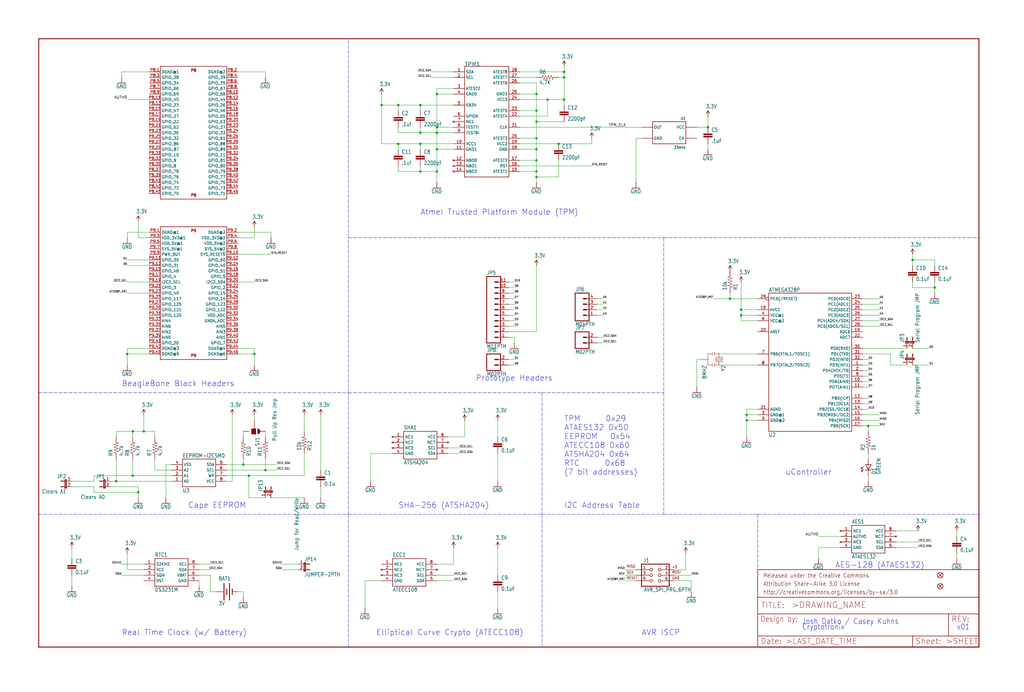
<source format=kicad_sch>
(kicad_sch (version 20211123) (generator eeschema)
  (paper "User" 470.306 317.906)
  (junction (at 193.04 66.04))
  (junction (at 63.5 226.06))
  (junction (at 200.66 58.42))
  (junction (at 246.38 55.88))
  (junction (at 116.84 162.56))
  (junction (at 182.88 48.26))
  (junction (at 259.08 35.56))
  (junction (at 246.38 73.66))
  (junction (at 193.04 60.96))
  (junction (at 256.54 66.04))
  (junction (at 60.96 218.44))
  (junction (at 398.78 195.58))
  (junction (at 335.28 137.16))
  (junction (at 246.38 50.8))
  (junction (at 66.04 198.12))
  (junction (at 114.3 218.44))
  (junction (at 325.12 58.42))
  (junction (at 340.36 142.24))
  (junction (at 259.08 33.02))
  (junction (at 200.66 43.18))
  (junction (at 246.38 63.5))
  (junction (at 246.38 43.18))
  (junction (at 60.96 198.12))
  (junction (at 251.46 45.72))
  (junction (at 200.66 60.96))
  (junction (at 246.38 81.28))
  (junction (at 342.9 190.5))
  (junction (at 259.08 45.72))
  (junction (at 175.26 48.26))
  (junction (at 419.1 119.38))
  (junction (at 193.04 78.74))
  (junction (at 53.34 220.98))
  (junction (at 111.76 213.36))
  (junction (at 193.04 48.26))
  (junction (at 200.66 68.58))
  (junction (at 246.38 68.58))
  (junction (at 182.88 66.04))
  (junction (at 340.36 144.78))
  (junction (at 58.42 162.56))
  (junction (at 429.26 132.08))
  (junction (at 121.92 215.9))
  (junction (at 246.38 78.74))
  (junction (at 342.9 193.04))
  (junction (at 200.66 78.74))
  (wire (pts (xy 396.24 139.7) (xy 403.86 139.7)))
  (wire (pts (xy 104.14 213.36) (xy 111.76 213.36)))
  (wire (pts (xy 175.26 66.04) (xy 182.88 66.04)))
  (wire (pts (xy 419.1 119.38) (xy 419.1 116.84)))
  (wire (pts (xy 419.1 119.38) (xy 429.26 119.38)))
  (wire (pts (xy 200.66 259.08) (xy 208.28 259.08)))
  (wire (pts (xy 205.74 200.66) (xy 213.36 200.66)))
  (wire (pts (xy 327.66 137.16) (xy 335.28 137.16)))
  (wire (pts (xy 111.76 271.78) (xy 111.76 274.32)))
  (wire (pts (xy 340.36 144.78) (xy 347.98 144.78)))
  (wire (pts (xy 411.48 248.92) (xy 421.64 248.92)))
  (wire (pts (xy 208.28 251.46) (xy 208.28 259.08)))
  (wire (pts (xy 193.04 76.2) (xy 193.04 78.74)))
  (polyline (pts (xy 248.92 180.34) (xy 304.8 180.34)))
  (wire (pts (xy 411.48 251.46) (xy 421.64 251.46)))
  (wire (pts (xy 66.04 190.5) (xy 66.04 198.12)))
  (polyline (pts (xy 304.8 109.22) (xy 304.8 180.34)))
  (wire (pts (xy 205.74 205.74) (xy 210.82 205.74)))
  (wire (pts (xy 53.34 220.98) (xy 53.34 210.82)))
  (wire (pts (xy 121.92 215.9) (xy 121.92 210.82)))
  (wire (pts (xy 116.84 162.56) (xy 116.84 167.64)))
  (wire (pts (xy 246.38 50.8) (xy 246.38 55.88)))
  (wire (pts (xy 63.5 223.52) (xy 50.8 223.52)))
  (polyline (pts (xy 160.02 180.34) (xy 248.92 180.34)))
  (wire (pts (xy 137.16 261.62) (xy 129.54 261.62)))
  (wire (pts (xy 124.46 106.68) (xy 109.22 106.68)))
  (polyline (pts (xy 248.92 180.34) (xy 248.92 236.22)))
  (wire (pts (xy 238.76 76.2) (xy 271.78 76.2)))
  (wire (pts (xy 271.78 66.04) (xy 256.54 66.04)))
  (wire (pts (xy 124.46 109.22) (xy 124.46 106.68)))
  (wire (pts (xy 193.04 66.04) (xy 193.04 68.58)))
  (wire (pts (xy 238.76 43.18) (xy 246.38 43.18)))
  (wire (pts (xy 71.12 198.12) (xy 71.12 200.66)))
  (wire (pts (xy 182.88 60.96) (xy 193.04 60.96)))
  (wire (pts (xy 208.28 33.02) (xy 198.12 33.02)))
  (wire (pts (xy 109.22 109.22) (xy 116.84 109.22)))
  (wire (pts (xy 116.84 160.02) (xy 116.84 162.56)))
  (wire (pts (xy 228.6 271.78) (xy 228.6 279.4)))
  (wire (pts (xy 175.26 48.26) (xy 175.26 66.04)))
  (wire (pts (xy 147.32 228.6) (xy 147.32 223.52)))
  (wire (pts (xy 375.92 256.54) (xy 375.92 251.46)))
  (polyline (pts (xy 160.02 109.22) (xy 304.8 109.22)))
  (wire (pts (xy 256.54 81.28) (xy 246.38 81.28)))
  (wire (pts (xy 347.98 187.96) (xy 342.9 187.96)))
  (wire (pts (xy 429.26 132.08) (xy 429.26 134.62)))
  (wire (pts (xy 139.7 218.44) (xy 139.7 208.28)))
  (wire (pts (xy 109.22 162.56) (xy 116.84 162.56)))
  (wire (pts (xy 396.24 149.86) (xy 403.86 149.86)))
  (wire (pts (xy 396.24 187.96) (xy 398.78 187.96)))
  (wire (pts (xy 208.28 48.26) (xy 193.04 48.26)))
  (wire (pts (xy 347.98 193.04) (xy 342.9 193.04)))
  (wire (pts (xy 246.38 81.28) (xy 246.38 83.82)))
  (wire (pts (xy 238.76 45.72) (xy 251.46 45.72)))
  (wire (pts (xy 66.04 264.16) (xy 55.88 264.16)))
  (wire (pts (xy 309.88 266.7) (xy 317.5 266.7)))
  (wire (pts (xy 347.98 190.5) (xy 342.9 190.5)))
  (wire (pts (xy 375.92 251.46) (xy 386.08 251.46)))
  (wire (pts (xy 109.22 271.78) (xy 111.76 271.78)))
  (wire (pts (xy 335.28 137.16) (xy 347.98 137.16)))
  (wire (pts (xy 182.88 66.04) (xy 193.04 66.04)))
  (wire (pts (xy 238.76 68.58) (xy 246.38 68.58)))
  (wire (pts (xy 259.08 45.72) (xy 259.08 48.26)))
  (wire (pts (xy 238.76 53.34) (xy 251.46 53.34)))
  (polyline (pts (xy 304.8 236.22) (xy 347.98 236.22)))
  (wire (pts (xy 396.24 175.26) (xy 398.78 175.26)))
  (wire (pts (xy 182.88 58.42) (xy 182.88 60.96)))
  (wire (pts (xy 114.3 228.6) (xy 114.3 218.44)))
  (polyline (pts (xy 160.02 236.22) (xy 160.02 297.18)))
  (wire (pts (xy 167.64 266.7) (xy 167.64 279.4)))
  (wire (pts (xy 398.78 195.58) (xy 403.86 195.58)))
  (wire (pts (xy 419.1 167.64) (xy 426.72 167.64)))
  (polyline (pts (xy 347.98 236.22) (xy 347.98 261.62)))
  (wire (pts (xy 396.24 137.16) (xy 403.86 137.16)))
  (wire (pts (xy 228.6 208.28) (xy 228.6 220.98)))
  (wire (pts (xy 68.58 106.68) (xy 58.42 106.68)))
  (wire (pts (xy 200.66 78.74) (xy 200.66 68.58)))
  (wire (pts (xy 116.84 190.5) (xy 116.84 193.04)))
  (wire (pts (xy 419.1 121.92) (xy 419.1 119.38)))
  (wire (pts (xy 314.96 261.62) (xy 309.88 261.62)))
  (wire (pts (xy 396.24 167.64) (xy 398.78 167.64)))
  (wire (pts (xy 233.68 132.08) (xy 236.22 132.08)))
  (wire (pts (xy 396.24 165.1) (xy 398.78 165.1)))
  (wire (pts (xy 251.46 45.72) (xy 259.08 45.72)))
  (wire (pts (xy 292.1 264.16) (xy 287.02 264.16)))
  (wire (pts (xy 60.96 218.44) (xy 60.96 210.82)))
  (wire (pts (xy 58.42 106.68) (xy 58.42 109.22)))
  (wire (pts (xy 182.88 66.04) (xy 182.88 68.58)))
  (wire (pts (xy 233.68 144.78) (xy 236.22 144.78)))
  (wire (pts (xy 114.3 218.44) (xy 139.7 218.44)))
  (wire (pts (xy 322.58 165.1) (xy 320.04 165.1)))
  (wire (pts (xy 238.76 63.5) (xy 246.38 63.5)))
  (wire (pts (xy 335.28 134.62) (xy 335.28 137.16)))
  (wire (pts (xy 58.42 162.56) (xy 58.42 167.64)))
  (wire (pts (xy 233.68 134.62) (xy 236.22 134.62)))
  (polyline (pts (xy 160.02 180.34) (xy 160.02 109.22)))
  (wire (pts (xy 292.1 261.62) (xy 287.02 261.62)))
  (wire (pts (xy 419.1 160.02) (xy 426.72 160.02)))
  (wire (pts (xy 208.28 35.56) (xy 198.12 35.56)))
  (wire (pts (xy 246.38 121.92) (xy 246.38 152.4)))
  (wire (pts (xy 396.24 190.5) (xy 403.86 190.5)))
  (wire (pts (xy 78.74 220.98) (xy 53.34 220.98)))
  (wire (pts (xy 238.76 35.56) (xy 246.38 35.56)))
  (wire (pts (xy 109.22 33.02) (xy 121.92 33.02)))
  (wire (pts (xy 342.9 190.5) (xy 342.9 193.04)))
  (wire (pts (xy 43.18 220.98) (xy 33.02 220.98)))
  (wire (pts (xy 246.38 152.4) (xy 233.68 152.4)))
  (polyline (pts (xy 304.8 180.34) (xy 304.8 236.22)))
  (wire (pts (xy 68.58 162.56) (xy 58.42 162.56)))
  (wire (pts (xy 109.22 129.54) (xy 116.84 129.54)))
  (wire (pts (xy 193.04 48.26) (xy 182.88 48.26)))
  (wire (pts (xy 251.46 53.34) (xy 251.46 45.72)))
  (wire (pts (xy 55.88 33.02) (xy 55.88 35.56)))
  (wire (pts (xy 274.32 154.94) (xy 276.86 154.94)))
  (wire (pts (xy 398.78 218.44) (xy 398.78 220.98)))
  (wire (pts (xy 43.18 226.06) (xy 63.5 226.06)))
  (wire (pts (xy 121.92 198.12) (xy 121.92 200.66)))
  (wire (pts (xy 256.54 66.04) (xy 238.76 66.04)))
  (wire (pts (xy 43.18 223.52) (xy 43.18 226.06)))
  (wire (pts (xy 33.02 223.52) (xy 43.18 223.52)))
  (wire (pts (xy 193.04 58.42) (xy 193.04 60.96)))
  (wire (pts (xy 193.04 48.26) (xy 193.04 50.8)))
  (wire (pts (xy 175.26 266.7) (xy 167.64 266.7)))
  (wire (pts (xy 71.12 215.9) (xy 71.12 210.82)))
  (wire (pts (xy 340.36 147.32) (xy 347.98 147.32)))
  (wire (pts (xy 233.68 137.16) (xy 236.22 137.16)))
  (wire (pts (xy 236.22 157.48) (xy 236.22 154.94)))
  (wire (pts (xy 398.78 210.82) (xy 398.78 208.28)))
  (wire (pts (xy 121.92 33.02) (xy 121.92 35.56)))
  (wire (pts (xy 419.1 132.08) (xy 429.26 132.08)))
  (wire (pts (xy 175.26 43.18) (xy 175.26 48.26)))
  (wire (pts (xy 256.54 73.66) (xy 256.54 81.28)))
  (wire (pts (xy 429.26 119.38) (xy 429.26 121.92)))
  (wire (pts (xy 259.08 55.88) (xy 246.38 55.88)))
  (wire (pts (xy 340.36 142.24) (xy 340.36 144.78)))
  (wire (pts (xy 111.76 213.36) (xy 127 213.36)))
  (wire (pts (xy 116.84 104.14) (xy 116.84 109.22)))
  (wire (pts (xy 200.66 264.16) (xy 208.28 264.16)))
  (wire (pts (xy 408.94 162.56) (xy 396.24 162.56)))
  (wire (pts (xy 246.38 55.88) (xy 246.38 63.5)))
  (wire (pts (xy 274.32 142.24) (xy 276.86 142.24)))
  (wire (pts (xy 325.12 58.42) (xy 325.12 53.34)))
  (wire (pts (xy 193.04 60.96) (xy 200.66 60.96)))
  (wire (pts (xy 320.04 165.1) (xy 320.04 177.8)))
  (wire (pts (xy 292.1 266.7) (xy 287.02 266.7)))
  (wire (pts (xy 274.32 157.48) (xy 276.86 157.48)))
  (wire (pts (xy 109.22 160.02) (xy 116.84 160.02)))
  (wire (pts (xy 68.58 33.02) (xy 55.88 33.02)))
  (wire (pts (xy 208.28 43.18) (xy 200.66 43.18)))
  (wire (pts (xy 147.32 190.5) (xy 147.32 215.9)))
  (wire (pts (xy 228.6 200.66) (xy 228.6 193.04)))
  (wire (pts (xy 213.36 200.66) (xy 213.36 193.04)))
  (wire (pts (xy 233.68 165.1) (xy 236.22 165.1)))
  (wire (pts (xy 246.38 63.5) (xy 246.38 68.58)))
  (wire (pts (xy 246.38 38.1) (xy 246.38 43.18)))
  (wire (pts (xy 208.28 58.42) (xy 200.66 58.42)))
  (wire (pts (xy 200.66 40.64) (xy 200.66 43.18)))
  (wire (pts (xy 68.58 121.92) (xy 58.42 121.92)))
  (wire (pts (xy 200.66 60.96) (xy 200.66 58.42)))
  (wire (pts (xy 60.96 198.12) (xy 66.04 198.12)))
  (wire (pts (xy 63.5 109.22) (xy 63.5 101.6)))
  (wire (pts (xy 342.9 187.96) (xy 342.9 190.5)))
  (wire (pts (xy 238.76 58.42) (xy 294.64 58.42)))
  (wire (pts (xy 396.24 160.02) (xy 416.56 160.02)))
  (wire (pts (xy 99.06 271.78) (xy 96.52 271.78)))
  (wire (pts (xy 233.68 139.7) (xy 236.22 139.7)))
  (wire (pts (xy 398.78 198.12) (xy 398.78 195.58)))
  (wire (pts (xy 182.88 48.26) (xy 182.88 50.8)))
  (wire (pts (xy 96.52 259.08) (xy 91.44 259.08)))
  (wire (pts (xy 233.68 147.32) (xy 236.22 147.32)))
  (wire (pts (xy 396.24 177.8) (xy 398.78 177.8)))
  (wire (pts (xy 236.22 154.94) (xy 233.68 154.94)))
  (wire (pts (xy 104.14 215.9) (xy 121.92 215.9)))
  (wire (pts (xy 76.2 213.36) (xy 76.2 228.6)))
  (wire (pts (xy 60.96 198.12) (xy 60.96 200.66)))
  (wire (pts (xy 408.94 167.64) (xy 408.94 162.56)))
  (polyline (pts (xy 17.78 180.34) (xy 160.02 180.34)))
  (wire (pts (xy 292.1 63.5) (xy 292.1 83.82)))
  (wire (pts (xy 96.52 261.62) (xy 91.44 261.62)))
  (wire (pts (xy 78.74 213.36) (xy 76.2 213.36)))
  (wire (pts (xy 106.68 220.98) (xy 106.68 190.5)))
  (wire (pts (xy 330.2 162.56) (xy 347.98 162.56)))
  (polyline (pts (xy 347.98 236.22) (xy 449.58 236.22)))
  (wire (pts (xy 109.22 116.84) (xy 124.46 116.84)))
  (wire (pts (xy 325.12 68.58) (xy 325.12 66.04)))
  (wire (pts (xy 396.24 193.04) (xy 403.86 193.04)))
  (polyline (pts (xy 160.02 236.22) (xy 248.92 236.22)))
  (wire (pts (xy 68.58 109.22) (xy 63.5 109.22)))
  (wire (pts (xy 43.18 218.44) (xy 43.18 220.98)))
  (wire (pts (xy 233.68 142.24) (xy 236.22 142.24)))
  (wire (pts (xy 182.88 76.2) (xy 182.88 78.74)))
  (polyline (pts (xy 160.02 236.22) (xy 160.02 180.34)))
  (wire (pts (xy 53.34 198.12) (xy 60.96 198.12)))
  (wire (pts (xy 124.46 228.6) (xy 139.7 228.6)))
  (wire (pts (xy 439.42 256.54) (xy 439.42 254)))
  (wire (pts (xy 317.5 266.7) (xy 317.5 271.78)))
  (wire (pts (xy 208.28 60.96) (xy 200.66 60.96)))
  (wire (pts (xy 421.64 243.84) (xy 411.48 243.84)))
  (wire (pts (xy 33.02 256.54) (xy 33.02 251.46)))
  (wire (pts (xy 68.58 45.72) (xy 58.42 45.72)))
  (wire (pts (xy 294.64 63.5) (xy 292.1 63.5)))
  (wire (pts (xy 274.32 139.7) (xy 276.86 139.7)))
  (wire (pts (xy 233.68 167.64) (xy 236.22 167.64)))
  (wire (pts (xy 58.42 261.62) (xy 58.42 254)))
  (wire (pts (xy 416.56 167.64) (xy 408.94 167.64)))
  (wire (pts (xy 419.1 129.54) (xy 419.1 132.08)))
  (wire (pts (xy 396.24 147.32) (xy 403.86 147.32)))
  (wire (pts (xy 68.58 134.62) (xy 58.42 134.62)))
  (wire (pts (xy 396.24 144.78) (xy 403.86 144.78)))
  (wire (pts (xy 309.88 264.16) (xy 317.5 264.16)))
  (wire (pts (xy 238.76 78.74) (xy 246.38 78.74)))
  (polyline (pts (xy 248.92 236.22) (xy 304.8 236.22)))
  (wire (pts (xy 121.92 228.6) (xy 114.3 228.6)))
  (wire (pts (xy 139.7 198.12) (xy 139.7 190.5)))
  (wire (pts (xy 170.18 208.28) (xy 170.18 220.98)))
  (wire (pts (xy 228.6 264.16) (xy 228.6 251.46)))
  (wire (pts (xy 200.66 68.58) (xy 200.66 60.96)))
  (wire (pts (xy 233.68 129.54) (xy 236.22 129.54)))
  (wire (pts (xy 340.36 142.24) (xy 347.98 142.24)))
  (wire (pts (xy 439.42 246.38) (xy 439.42 243.84)))
  (wire (pts (xy 396.24 195.58) (xy 398.78 195.58)))
  (wire (pts (xy 238.76 33.02) (xy 259.08 33.02)))
  (wire (pts (xy 53.34 200.66) (xy 53.34 198.12)))
  (polyline (pts (xy 248.92 236.22) (xy 248.92 297.18)))
  (wire (pts (xy 208.28 68.58) (xy 200.66 68.58)))
  (wire (pts (xy 246.38 73.66) (xy 246.38 78.74)))
  (wire (pts (xy 200.66 83.82) (xy 200.66 78.74)))
  (wire (pts (xy 68.58 160.02) (xy 58.42 160.02)))
  (wire (pts (xy 314.96 254) (xy 314.96 261.62)))
  (wire (pts (xy 96.52 264.16) (xy 91.44 264.16)))
  (wire (pts (xy 68.58 119.38) (xy 58.42 119.38)))
  (wire (pts (xy 238.76 38.1) (xy 246.38 38.1)))
  (wire (pts (xy 78.74 218.44) (xy 60.96 218.44)))
  (wire (pts (xy 33.02 264.16) (xy 33.02 269.24)))
  (wire (pts (xy 182.88 78.74) (xy 193.04 78.74)))
  (wire (pts (xy 320.04 58.42) (xy 325.12 58.42)))
  (wire (pts (xy 91.44 266.7) (xy 91.44 269.24)))
  (wire (pts (xy 330.2 167.64) (xy 347.98 167.64)))
  (wire (pts (xy 386.08 246.38) (xy 375.92 246.38)))
  (wire (pts (xy 396.24 182.88) (xy 398.78 182.88)))
  (wire (pts (xy 396.24 185.42) (xy 398.78 185.42)))
  (wire (pts (xy 111.76 198.12) (xy 111.76 200.66)))
  (wire (pts (xy 78.74 215.9) (xy 71.12 215.9)))
  (wire (pts (xy 259.08 30.48) (xy 259.08 33.02)))
  (wire (pts (xy 271.78 63.5) (xy 271.78 66.04)))
  (wire (pts (xy 274.32 144.78) (xy 276.86 144.78)))
  (wire (pts (xy 193.04 66.04) (xy 208.28 66.04)))
  (wire (pts (xy 63.5 226.06) (xy 63.5 228.6)))
  (wire (pts (xy 60.96 218.44) (xy 43.18 218.44)))
  (wire (pts (xy 396.24 172.72) (xy 398.78 172.72)))
  (wire (pts (xy 137.16 259.08) (xy 129.54 259.08)))
  (wire (pts (xy 58.42 160.02) (xy 58.42 162.56)))
  (wire (pts (xy 396.24 170.18) (xy 398.78 170.18)))
  (polyline (pts (xy 17.78 236.22) (xy 160.02 236.22)))
  (wire (pts (xy 259.08 35.56) (xy 259.08 45.72)))
  (polyline (pts (xy 304.8 109.22) (xy 449.58 109.22)))
  (wire (pts (xy 205.74 208.28) (xy 210.82 208.28)))
  (wire (pts (xy 104.14 218.44) (xy 114.3 218.44)))
  (wire (pts (xy 66.04 261.62) (xy 58.42 261.62)))
  (wire (pts (xy 111.76 213.36) (xy 111.76 210.82)))
  (wire (pts (xy 68.58 129.54) (xy 58.42 129.54)))
  (wire (pts (xy 238.76 50.8) (xy 246.38 50.8)))
  (wire (pts (xy 256.54 35.56) (xy 259.08 35.56)))
  (wire (pts (xy 200.66 58.42) (xy 200.66 43.18)))
  (polyline (pts (xy 160.02 109.22) (xy 160.02 17.78)))
  (wire (pts (xy 180.34 208.28) (xy 170.18 208.28)))
  (polyline (pts (xy 449.58 236.22) (xy 449.58 238.76)))
  (wire (pts (xy 121.92 215.9) (xy 127 215.9)))
  (wire (pts (xy 63.5 226.06) (xy 63.5 223.52)))
  (wire (pts (xy 96.52 271.78) (xy 96.52 264.16)))
  (wire (pts (xy 182.88 48.26) (xy 175.26 48.26)))
  (wire (pts (xy 342.9 193.04) (xy 342.9 200.66)))
  (wire (pts (xy 259.08 33.02) (xy 259.08 35.56)))
  (wire (pts (xy 246.38 68.58) (xy 246.38 73.66)))
  (wire (pts (xy 340.36 129.54) (xy 340.36 142.24)))
  (wire (pts (xy 200.66 266.7) (xy 208.28 266.7)))
  (wire (pts (xy 429.26 129.54) (xy 429.26 132.08)))
  (wire (pts (xy 238.76 73.66) (xy 246.38 73.66)))
  (wire (pts (xy 396.24 142.24) (xy 403.86 142.24)))
  (wire (pts (xy 66.04 259.08) (xy 55.88 259.08)))
  (wire (pts (xy 274.32 137.16) (xy 276.86 137.16)))
  (wire (pts (xy 246.38 78.74) (xy 246.38 81.28)))
  (wire (pts (xy 246.38 43.18) (xy 246.38 50.8)))
  (wire (pts (xy 53.34 220.98) (xy 50.8 220.98)))
  (wire (pts (xy 233.68 149.86) (xy 236.22 149.86)))
  (wire (pts (xy 208.28 40.64) (xy 200.66 40.64)))
  (wire (pts (xy 193.04 78.74) (xy 200.66 78.74)))
  (wire (pts (xy 66.04 198.12) (xy 71.12 198.12)))
  (wire (pts (xy 340.36 144.78) (xy 340.36 147.32)))
  (wire (pts (xy 104.14 220.98) (xy 106.68 220.98)))
  (text "SHA-256 (ATSHA204)" (at 182.88 233.68 180) (effects (font (size 2.54 2.54)) (justify left bottom)))
  (text "Atmel Trusted Platform Module (TPM)" (at 193.04 99.06 180) (effects (font (size 2.54 2.54)) (justify left bottom)))
  (text "TPM      0x29\nATAES132 0x50\nEEPROM   0x54\nATECC108 0x60\nATSHA204 0x64\nRTC      0x68\n(7 bit addresses)" (at 259.08 218.44 0) (effects (font (size 2.54 2.54)) (justify left bottom)))
  (text "Josh Datko / Casey Kuhns" (at 368.3 287.02 180) (effects (font (size 2.54 2.159)) (justify left bottom)))
  (text "v01" (at 439.42 289.56 180) (effects (font (size 2.54 2.159)) (justify left bottom)))
  (text "BeagleBone Black Headers" (at 55.88 177.8 180) (effects (font (size 2.54 2.54)) (justify left bottom)))
  (text "Cape EEPROM" (at 86.36 233.68 180) (effects (font (size 2.54 2.54)) (justify left bottom)))
  (text "AVR ISCP" (at 294.64 292.1 180) (effects (font (size 2.54 2.54)) (justify left bottom)))
  (text "I2C Address Table" (at 259.08 233.68 180) (effects (font (size 2.54 2.54)) (justify left bottom)))
  (text "Prototype Headers" (at 218.44 175.26 180) (effects (font (size 2.54 2.54)) (justify left bottom)))
  (text "Real Time Clock (w/ Battery)" (at 55.88 292.1 180) (effects (font (size 2.54 2.54)) (justify left bottom)))
  (text "Elliptical Curve Crypto (ATECC108)" (at 172.72 292.1 180) (effects (font (size 2.54 2.54)) (justify left bottom)))
  (text "Cryptotronix" (at 368.3 289.56 180) (effects (font (size 2.54 2.159)) (justify left bottom)))
  (text "uController" (at 360.68 218.44 180) (effects (font (size 2.54 2.54)) (justify left bottom)))
  (text "AES-128 (ATAES132)" (at 383.54 261.112 180) (effects (font (size 2.54 2.54)) (justify left bottom)))
  (label "A3" (at 403.86 144.78 0) (effects (font (size 0.889 0.889))))
  (label "I2C2_SDA" (at 421.64 251.46 0) (effects (font (size 0.889 0.889))))
  (label "D6" (at 398.78 175.26 0) (effects (font (size 0.889 0.889))))
  (label "SQW" (at 129.54 261.62 180) (effects (font (size 0.889 0.889))))
  (label "A2" (at 403.86 142.24 0) (effects (font (size 0.889 0.889))))
  (label "D6" (at 236.22 139.7 0) (effects (font (size 0.889 0.889))))
  (label "I2C2_SDA" (at 208.28 266.7 0) (effects (font (size 0.889 0.889))))
  (label "D5" (at 236.22 142.24 0) (effects (font (size 0.889 0.889))))
  (label "D7" (at 398.78 177.8 0) (effects (font (size 0.889 0.889))))
  (label "D5" (at 398.78 172.72 0) (effects (font (size 0.889 0.889))))
  (label "D0" (at 58.42 121.92 180) (effects (font (size 0.889 0.889))))
  (label "A1" (at 276.86 139.7 0) (effects (font (size 0.889 0.889))))
  (label "D10" (at 398.78 187.96 0) (effects (font (size 0.889 0.889))))
  (label "D8" (at 236.22 134.62 0) (effects (font (size 0.889 0.889))))
  (label "I2C2_SCL" (at 403.86 149.86 0) (effects (font (size 0.889 0.889))))
  (label "A2" (at 276.86 142.24 0) (effects (font (size 0.889 0.889))))
  (label "I2C2_SCL" (at 276.86 157.48 0) (effects (font (size 0.889 0.889))))
  (label "AUTH0" (at 58.42 45.72 180) (effects (font (size 1.2446 1.2446))))
  (label "I2C2_SCL" (at 210.82 205.74 0) (effects (font (size 0.889 0.889))))
  (label "D1" (at 58.42 119.38 180) (effects (font (size 0.889 0.889))))
  (label "MOSI" (at 403.86 190.5 0) (effects (font (size 0.889 0.889))))
  (label "I2C2_SDA" (at 116.84 129.54 0) (effects (font (size 0.889 0.889))))
  (label "D2" (at 236.22 149.86 0) (effects (font (size 0.889 0.889))))
  (label "I2C2_SCL" (at 58.42 129.54 180) (effects (font (size 0.889 0.889))))
  (label "AUTH0" (at 375.92 246.38 180) (effects (font (size 1.2446 1.2446))))
  (label "D9" (at 398.78 185.42 0) (effects (font (size 0.889 0.889))))
  (label "D9" (at 236.22 132.08 0) (effects (font (size 0.889 0.889))))
  (label "D0" (at 426.72 160.02 0) (effects (font (size 0.889 0.889))))
  (label "MOSI" (at 317.5 264.16 0) (effects (font (size 0.889 0.889))))
  (label "A0" (at 276.86 137.16 0) (effects (font (size 0.889 0.889))))
  (label "32KHZ" (at 55.88 259.08 180) (effects (font (size 0.889 0.889))))
  (label "AT328P_RST" (at 327.66 137.16 180) (effects (font (size 0.889 0.889))))
  (label "D4" (at 398.78 170.18 0) (effects (font (size 0.889 0.889))))
  (label "A1" (at 403.86 139.7 0) (effects (font (size 0.889 0.889))))
  (label "D0" (at 236.22 167.64 0) (effects (font (size 0.889 0.889))))
  (label "32KHZ" (at 129.54 259.08 180) (effects (font (size 0.889 0.889))))
  (label "I2C2_SCL" (at 198.12 35.56 180) (effects (font (size 0.889 0.889))))
  (label "D1" (at 236.22 165.1 0) (effects (font (size 0.889 0.889))))
  (label "D10" (at 236.22 129.54 0) (effects (font (size 0.889 0.889))))
  (label "I2C2_SDA" (at 276.86 154.94 0) (effects (font (size 0.889 0.889))))
  (label "I2C2_SDA" (at 210.82 208.28 0) (effects (font (size 0.889 0.889))))
  (label "I2C2_SDA" (at 198.12 33.02 180) (effects (font (size 0.889 0.889))))
  (label "I2C2_SCL" (at 208.28 264.16 0) (effects (font (size 0.889 0.889))))
  (label "AT328P_RST" (at 287.02 266.7 180) (effects (font (size 0.889 0.889))))
  (label "SQW" (at 55.88 264.16 180) (effects (font (size 0.889 0.889))))
  (label "D2" (at 398.78 165.1 0) (effects (font (size 0.889 0.889))))
  (label "D3" (at 236.22 147.32 0) (effects (font (size 0.889 0.889))))
  (label "D4" (at 236.22 144.78 0) (effects (font (size 0.889 0.889))))
  (label "A3" (at 276.86 144.78 0) (effects (font (size 0.889 0.889))))
  (label "D7" (at 236.22 137.16 0) (effects (font (size 0.889 0.889))))
  (label "TPM_CLK" (at 279.4 58.42 0) (effects (font (size 1.2446 1.2446))))
  (label "SYS_RESET" (at 271.78 76.2 0) (effects (font (size 0.889 0.889))))
  (label "AT328P_RST" (at 58.42 134.62 180) (effects (font (size 0.889 0.889))))
  (label "I2C2_SCL" (at 127 215.9 0) (effects (font (size 0.889 0.889))))
  (label "I2C2_SDA" (at 95.885 261.62 0) (effects (font (size 0.889 0.889))))
  (label "I2C2_SCL" (at 421.64 248.92 0) (effects (font (size 0.889 0.889))))
  (label "SYS_RESET" (at 124.46 116.84 0) (effects (font (size 0.889 0.889))))
  (label "SCK" (at 287.02 264.16 180) (effects (font (size 0.889 0.889))))
  (label "I2C2_SDA" (at 127 213.36 0) (effects (font (size 0.889 0.889))))
  (label "D8" (at 398.78 182.88 0) (effects (font (size 0.889 0.889))))
  (label "D1" (at 426.72 167.64 0) (effects (font (size 0.889 0.889))))
  (label "MISO" (at 403.86 193.04 0) (effects (font (size 0.889 0.889))))
  (label "I2C2_SCL" (at 96.52 259.08 0) (effects (font (size 0.889 0.889))))
  (label "SCK" (at 403.86 195.58 0) (effects (font (size 0.889 0.889))))
  (label "A0" (at 403.86 137.16 0) (effects (font (size 0.889 0.889))))
  (label "MISO" (at 287.02 261.62 180) (effects (font (size 0.889 0.889))))
  (label "D3" (at 398.78 167.64 0) (effects (font (size 0.889 0.889))))
  (label "I2C2_SDA" (at 403.86 147.32 0) (effects (font (size 0.889 0.889))))
  (symbol (lib_id "schematicEagle-eagle-import:GND") (at 139.7 231.14 0) (unit 1)
    (property "Reference" "#GND13" (effects hide))
    (property "Value" "GND" (at 137.16 233.68 0) (effects (font (size 1.778 1.5113)) (justify left bottom)))
    (property "Footprint" "schematicEagle:" (effects hide))
  )
  (symbol (lib_id "schematicEagle-eagle-import:ATAES132") (at 398.78 246.38 0) (unit 1)
    (property "Reference" "AES1" (at 391.16 240.538 0) (effects (font (size 1.778 1.5113)) (justify left bottom)))
    (property "Value" "ATAES132" (at 391.16 256.54 0) (effects (font (size 1.778 1.5113)) (justify left bottom)))
    (property "Footprint" "schematicEagle:SOIC8" (effects hide))
  )
  (symbol (lib_id "schematicEagle-eagle-import:2.2NF{slash}2200PF-50V-10%(0603)") (at 193.04 55.88 0) (unit 1)
    (property "Reference" "C7" (at 194.564 52.959 0) (effects (font (size 1.778 1.5113)) (justify left bottom)))
    (property "Value" "2200pf" (at 194.564 58.039 0) (effects (font (size 1.778 1.5113)) (justify left bottom)))
    (property "Footprint" "schematicEagle:0603-CAP" (effects hide))
  )
  (symbol (lib_id "schematicEagle-eagle-import:FRAME-LEDGER") (at 347.98 297.18 0) (unit 2)
    (property "Reference" "FRAME1" (effects hide))
    (property "Value" "FRAME-LEDGER" (effects hide))
    (property "Footprint" "schematicEagle:CREATIVE_COMMONS" (effects hide))
  )
  (symbol (lib_id "schematicEagle-eagle-import:2.2NF{slash}2200PF-50V-10%(0603)") (at 259.08 53.34 0) (unit 1)
    (property "Reference" "C12" (at 260.604 50.419 0) (effects (font (size 1.778 1.5113)) (justify left bottom)))
    (property "Value" "2200pf" (at 260.604 55.499 0) (effects (font (size 1.778 1.5113)) (justify left bottom)))
    (property "Footprint" "schematicEagle:0603-CAP" (effects hide))
  )
  (symbol (lib_id "schematicEagle-eagle-import:0.1UF-25V(+80{slash}-20%)(0603)") (at 228.6 205.74 0) (unit 1)
    (property "Reference" "C6" (at 230.124 202.819 0) (effects (font (size 1.778 1.5113)) (justify left bottom)))
    (property "Value" "0.1uF" (at 230.124 207.899 0) (effects (font (size 1.778 1.5113)) (justify left bottom)))
    (property "Footprint" "schematicEagle:0603-CAP" (effects hide))
  )
  (symbol (lib_id "schematicEagle-eagle-import:3.3V") (at 325.12 53.34 0) (unit 1)
    (property "Reference" "#SUPPLY17" (effects hide))
    (property "Value" "3.3V" (at 324.104 49.784 0) (effects (font (size 1.778 1.5113)) (justify left bottom)))
    (property "Footprint" "schematicEagle:" (effects hide))
  )
  (symbol (lib_id "schematicEagle-eagle-import:3.3V") (at 175.26 43.18 0) (unit 1)
    (property "Reference" "#SUPPLY12" (effects hide))
    (property "Value" "3.3V" (at 174.244 39.624 0) (effects (font (size 1.778 1.5113)) (justify left bottom)))
    (property "Footprint" "schematicEagle:" (effects hide))
  )
  (symbol (lib_id "schematicEagle-eagle-import:3.3V") (at 33.02 251.46 0) (unit 1)
    (property "Reference" "#SUPPLY13" (effects hide))
    (property "Value" "3.3V" (at 32.004 247.904 0) (effects (font (size 1.778 1.5113)) (justify left bottom)))
    (property "Footprint" "schematicEagle:" (effects hide))
  )
  (symbol (lib_id "schematicEagle-eagle-import:3.3V") (at 421.64 243.84 0) (unit 1)
    (property "Reference" "#SUPPLY23" (effects hide))
    (property "Value" "3.3V" (at 420.624 240.284 0) (effects (font (size 1.778 1.5113)) (justify left bottom)))
    (property "Footprint" "schematicEagle:" (effects hide))
  )
  (symbol (lib_id "schematicEagle-eagle-import:4.7KOHM1{slash}10W1%(0603)") (at 121.92 205.74 90) (unit 1)
    (property "Reference" "R11" (at 120.4214 209.55 0) (effects (font (size 1.778 1.5113)) (justify left bottom)))
    (property "Value" "4.7k" (at 125.222 209.55 0) (effects (font (size 1.778 1.5113)) (justify left bottom)))
    (property "Footprint" "schematicEagle:0603" (effects hide))
    (property "Value" "4.7k" (effects hide))
  )
  (symbol (lib_id "schematicEagle-eagle-import:3.3V") (at 340.36 129.54 0) (unit 1)
    (property "Reference" "#SUPPLY8" (effects hide))
    (property "Value" "3.3V" (at 339.344 125.984 0) (effects (font (size 1.778 1.5113)) (justify left bottom)))
    (property "Footprint" "schematicEagle:" (effects hide))
  )
  (symbol (lib_id "schematicEagle-eagle-import:GND") (at 292.1 86.36 0) (unit 1)
    (property "Reference" "#GND18" (effects hide))
    (property "Value" "GND" (at 289.56 88.9 0) (effects (font (size 1.778 1.5113)) (justify left bottom)))
    (property "Footprint" "schematicEagle:" (effects hide))
  )
  (symbol (lib_id "schematicEagle-eagle-import:3.3V") (at 147.32 190.5 0) (unit 1)
    (property "Reference" "#SUPPLY2" (effects hide))
    (property "Value" "3.3V" (at 146.304 186.944 0) (effects (font (size 1.778 1.5113)) (justify left bottom)))
    (property "Footprint" "schematicEagle:" (effects hide))
  )
  (symbol (lib_id "schematicEagle-eagle-import:GND") (at 375.92 259.08 0) (unit 1)
    (property "Reference" "#GND11" (effects hide))
    (property "Value" "GND" (at 373.38 261.62 0) (effects (font (size 1.778 1.5113)) (justify left bottom)))
    (property "Footprint" "schematicEagle:" (effects hide))
  )
  (symbol (lib_id "schematicEagle-eagle-import:BEAGLE_BONE_BLACK_CAPE") (at 88.9 132.08 0) (unit 2)
    (property "Reference" "U$2" (effects hide))
    (property "Value" "BEAGLE_BONE_BLACK_CAPE" (effects hide))
    (property "Footprint" "schematicEagle:BEAGLE_BONE_BLACK_CAPE" (effects hide))
  )
  (symbol (lib_id "schematicEagle-eagle-import:GND") (at 429.26 137.16 0) (unit 1)
    (property "Reference" "#GND20" (effects hide))
    (property "Value" "GND" (at 426.72 139.7 0) (effects (font (size 1.778 1.5113)) (justify left bottom)))
    (property "Footprint" "schematicEagle:" (effects hide))
  )
  (symbol (lib_id "schematicEagle-eagle-import:3.3V") (at 335.28 124.46 0) (unit 1)
    (property "Reference" "#SUPPLY20" (effects hide))
    (property "Value" "3.3V" (at 334.264 120.904 0) (effects (font (size 1.778 1.5113)) (justify left bottom)))
    (property "Footprint" "schematicEagle:" (effects hide))
  )
  (symbol (lib_id "schematicEagle-eagle-import:3.3V") (at 259.08 30.48 0) (unit 1)
    (property "Reference" "#SUPPLY9" (effects hide))
    (property "Value" "3.3V" (at 258.064 26.924 0) (effects (font (size 1.778 1.5113)) (justify left bottom)))
    (property "Footprint" "schematicEagle:" (effects hide))
  )
  (symbol (lib_id "schematicEagle-eagle-import:0.1UF-25V(+80{slash}-20%)(0603)") (at 147.32 220.98 0) (unit 1)
    (property "Reference" "C1" (at 148.844 218.059 0) (effects (font (size 1.778 1.5113)) (justify left bottom)))
    (property "Value" "0.1u" (at 148.844 223.139 0) (effects (font (size 1.778 1.5113)) (justify left bottom)))
    (property "Footprint" "schematicEagle:0603-CAP" (effects hide))
  )
  (symbol (lib_id "schematicEagle-eagle-import:1K-1%") (at 398.78 203.2 90) (unit 1)
    (property "Reference" "R2" (at 397.2814 207.01 0) (effects (font (size 1.778 1.5113)) (justify left bottom)))
    (property "Value" "1k" (at 402.082 207.01 0) (effects (font (size 1.778 1.5113)) (justify left bottom)))
    (property "Footprint" "schematicEagle:0603-RES" (effects hide))
  )
  (symbol (lib_id "schematicEagle-eagle-import:GND") (at 33.02 271.78 0) (unit 1)
    (property "Reference" "#GND14" (effects hide))
    (property "Value" "GND" (at 30.48 274.32 0) (effects (font (size 1.778 1.5113)) (justify left bottom)))
    (property "Footprint" "schematicEagle:" (effects hide))
  )
  (symbol (lib_id "schematicEagle-eagle-import:2.2NF{slash}2200PF-50V-10%(0603)") (at 193.04 73.66 0) (unit 1)
    (property "Reference" "C8" (at 194.564 70.739 0) (effects (font (size 1.778 1.5113)) (justify left bottom)))
    (property "Value" "2200pf" (at 194.564 75.819 0) (effects (font (size 1.778 1.5113)) (justify left bottom)))
    (property "Footprint" "schematicEagle:0603-CAP" (effects hide))
  )
  (symbol (lib_id "schematicEagle-eagle-import:GND") (at 58.42 111.76 0) (unit 1)
    (property "Reference" "#GND22" (effects hide))
    (property "Value" "GND" (at 55.88 114.3 0) (effects (font (size 1.778 1.5113)) (justify left bottom)))
    (property "Footprint" "schematicEagle:" (effects hide))
  )
  (symbol (lib_id "schematicEagle-eagle-import:GND") (at 342.9 203.2 0) (unit 1)
    (property "Reference" "#GND7" (effects hide))
    (property "Value" "GND" (at 340.36 205.74 0) (effects (font (size 1.778 1.5113)) (justify left bottom)))
    (property "Footprint" "schematicEagle:" (effects hide))
  )
  (symbol (lib_id "schematicEagle-eagle-import:BATTERY12MM") (at 104.14 271.78 0) (unit 1)
    (property "Reference" "BAT1" (at 100.33 266.7 0) (effects (font (size 1.778 1.5113)) (justify left bottom)))
    (property "Value" "3V" (at 100.33 278.13 0) (effects (font (size 1.778 1.5113)) (justify left bottom)))
    (property "Footprint" "schematicEagle:BATTCON_12MM" (effects hide))
  )
  (symbol (lib_id "schematicEagle-eagle-import:M04PTH") (at 269.24 142.24 0) (unit 1)
    (property "Reference" "JP6" (at 264.16 133.858 0) (effects (font (size 1.778 1.5113)) (justify left bottom)))
    (property "Value" "M04PTH" (at 264.16 149.86 0) (effects (font (size 1.778 1.5113)) (justify left bottom)))
    (property "Footprint" "schematicEagle:1X04" (effects hide))
  )
  (symbol (lib_id "schematicEagle-eagle-import:EEPROM-I2CSMD") (at 91.44 215.9 0) (mirror x) (unit 1)
    (property "Reference" "U3" (at 83.82 224.282 0) (effects (font (size 1.778 1.5113)) (justify left bottom)))
    (property "Value" "EEPROM-I2CSMD" (at 83.82 208.28 0) (effects (font (size 1.778 1.5113)) (justify left bottom)))
    (property "Footprint" "schematicEagle:SO08" (effects hide))
  )
  (symbol (lib_id "schematicEagle-eagle-import:JUMPER-2PTH") (at 416.56 165.1 0) (unit 1)
    (property "Reference" "JP4" (at 415.29 165.1 90) (effects (font (size 1.778 1.5113)) (justify left bottom)))
    (property "Value" "Serial Program JMP" (at 422.275 190.5 90) (effects (font (size 1.778 1.5113)) (justify left bottom)))
    (property "Footprint" "schematicEagle:1X02" (effects hide))
  )
  (symbol (lib_id "schematicEagle-eagle-import:3.3V") (at 208.28 251.46 0) (unit 1)
    (property "Reference" "#SUPPLY7" (effects hide))
    (property "Value" "3.3V" (at 207.264 247.904 0) (effects (font (size 1.778 1.5113)) (justify left bottom)))
    (property "Footprint" "schematicEagle:" (effects hide))
  )
  (symbol (lib_id "schematicEagle-eagle-import:GND") (at 121.92 38.1 0) (unit 1)
    (property "Reference" "#GND24" (effects hide))
    (property "Value" "GND" (at 119.38 40.64 0) (effects (font (size 1.778 1.5113)) (justify left bottom)))
    (property "Footprint" "schematicEagle:" (effects hide))
  )
  (symbol (lib_id "schematicEagle-eagle-import:3.3V") (at 116.84 190.5 0) (unit 1)
    (property "Reference" "#SUPPLY1" (effects hide))
    (property "Value" "3.3V" (at 115.824 186.944 0) (effects (font (size 1.778 1.5113)) (justify left bottom)))
    (property "Footprint" "schematicEagle:" (effects hide))
  )
  (symbol (lib_id "schematicEagle-eagle-import:ATSHA204") (at 193.04 203.2 0) (unit 1)
    (property "Reference" "SHA1" (at 185.42 197.358 0) (effects (font (size 1.778 1.5113)) (justify left bottom)))
    (property "Value" "ATSHA204" (at 185.42 213.36 0) (effects (font (size 1.778 1.5113)) (justify left bottom)))
    (property "Footprint" "schematicEagle:SOIC8" (effects hide))
  )
  (symbol (lib_id "schematicEagle-eagle-import:GND") (at 63.5 231.14 0) (unit 1)
    (property "Reference" "#GND10" (effects hide))
    (property "Value" "GND" (at 60.96 233.68 0) (effects (font (size 1.778 1.5113)) (justify left bottom)))
    (property "Footprint" "schematicEagle:" (effects hide))
  )
  (symbol (lib_id "schematicEagle-eagle-import:0.1UF-25V(+80{slash}-20%)(0603)") (at 429.26 127 0) (unit 1)
    (property "Reference" "C14" (at 430.784 124.079 0) (effects (font (size 1.778 1.5113)) (justify left bottom)))
    (property "Value" "0.1uF" (at 430.784 129.159 0) (effects (font (size 1.778 1.5113)) (justify left bottom)))
    (property "Footprint" "schematicEagle:0603-CAP" (effects hide))
  )
  (symbol (lib_id "schematicEagle-eagle-import:JUMPER-2SMD-NO") (at 48.26 220.98 90) (mirror x) (unit 1)
    (property "Reference" "JP1" (at 48.26 219.71 90) (effects (font (size 1.778 1.5113)) (justify left bottom)))
    (property "Value" "Clears A0" (at 48.26 229.235 90) (effects (font (size 1.778 1.5113)) (justify left bottom)))
    (property "Footprint" "schematicEagle:SJ_2S-NO" (effects hide))
  )
  (symbol (lib_id "schematicEagle-eagle-import:3.3V") (at 419.1 116.84 0) (unit 1)
    (property "Reference" "#SUPPLY18" (effects hide))
    (property "Value" "3.3V" (at 418.084 113.284 0) (effects (font (size 1.778 1.5113)) (justify left bottom)))
    (property "Footprint" "schematicEagle:" (effects hide))
  )
  (symbol (lib_id "schematicEagle-eagle-import:GND") (at 147.32 231.14 0) (unit 1)
    (property "Reference" "#GND12" (effects hide))
    (property "Value" "GND" (at 144.78 233.68 0) (effects (font (size 1.778 1.5113)) (justify left bottom)))
    (property "Footprint" "schematicEagle:" (effects hide))
  )
  (symbol (lib_id "schematicEagle-eagle-import:3.3V") (at 139.7 190.5 0) (unit 1)
    (property "Reference" "#SUPPLY5" (effects hide))
    (property "Value" "3.3V" (at 138.684 186.944 0) (effects (font (size 1.778 1.5113)) (justify left bottom)))
    (property "Footprint" "schematicEagle:" (effects hide))
  )
  (symbol (lib_id "schematicEagle-eagle-import:10KOHM1{slash}10W1%(0603)0603") (at 335.28 129.54 270) (mirror x) (unit 1)
    (property "Reference" "R1" (at 336.7786 133.35 0) (effects (font (size 1.778 1.5113)) (justify left bottom)))
    (property "Value" "10k" (at 331.978 133.35 0) (effects (font (size 1.778 1.5113)) (justify left bottom)))
    (property "Footprint" "schematicEagle:0603-RES" (effects hide))
  )
  (symbol (lib_id "schematicEagle-eagle-import:AT97SC3204T") (at 238.76 66.04 0) (unit 1)
    (property "Reference" "TPM1" (at 213.36 30.48 0) (effects (font (size 1.778 1.778)) (justify left bottom)))
    (property "Value" "AT97SC3204T" (effects hide))
    (property "Footprint" "schematicEagle:TSSOP28" (effects hide))
  )
  (symbol (lib_id "schematicEagle-eagle-import:3.3V") (at 213.36 193.04 0) (unit 1)
    (property "Reference" "#SUPPLY14" (effects hide))
    (property "Value" "3.3V" (at 212.344 189.484 0) (effects (font (size 1.778 1.5113)) (justify left bottom)))
    (property "Footprint" "schematicEagle:" (effects hide))
  )
  (symbol (lib_id "schematicEagle-eagle-import:3.3V") (at 58.42 254 0) (unit 1)
    (property "Reference" "#SUPPLY6" (effects hide))
    (property "Value" "3.3V" (at 57.404 250.444 0) (effects (font (size 1.778 1.5113)) (justify left bottom)))
    (property "Footprint" "schematicEagle:" (effects hide))
  )
  (symbol (lib_id "schematicEagle-eagle-import:M02PTH") (at 226.06 167.64 0) (unit 1)
    (property "Reference" "JP8" (at 223.52 161.798 0) (effects (font (size 1.778 1.5113)) (justify left bottom)))
    (property "Value" "M02PTH" (at 223.52 172.72 0) (effects (font (size 1.778 1.5113)) (justify left bottom)))
    (property "Footprint" "schematicEagle:1X02" (effects hide))
  )
  (symbol (lib_id "schematicEagle-eagle-import:GND") (at 116.84 170.18 0) (unit 1)
    (property "Reference" "#GND25" (effects hide))
    (property "Value" "GND" (at 114.3 172.72 0) (effects (font (size 1.778 1.5113)) (justify left bottom)))
    (property "Footprint" "schematicEagle:" (effects hide))
  )
  (symbol (lib_id "schematicEagle-eagle-import:GND") (at 58.42 170.18 0) (unit 1)
    (property "Reference" "#GND26" (effects hide))
    (property "Value" "GND" (at 55.88 172.72 0) (effects (font (size 1.778 1.5113)) (justify left bottom)))
    (property "Footprint" "schematicEagle:" (effects hide))
  )
  (symbol (lib_id "schematicEagle-eagle-import:GND") (at 236.22 160.02 0) (unit 1)
    (property "Reference" "#GND21" (effects hide))
    (property "Value" "GND" (at 233.68 162.56 0) (effects (font (size 1.778 1.5113)) (justify left bottom)))
    (property "Footprint" "schematicEagle:" (effects hide))
  )
  (symbol (lib_id "schematicEagle-eagle-import:JUMPER-2SMD-NO") (at 30.48 220.98 90) (mirror x) (unit 1)
    (property "Reference" "JP2" (at 30.48 219.71 90) (effects (font (size 1.778 1.5113)) (justify left bottom)))
    (property "Value" "Clears A1" (at 30.48 226.695 90) (effects (font (size 1.778 1.5113)) (justify left bottom)))
    (property "Footprint" "schematicEagle:SJ_2S-NO" (effects hide))
  )
  (symbol (lib_id "schematicEagle-eagle-import:RESONATOR8MHZ") (at 330.2 165.1 270) (unit 1)
    (property "Reference" "Y2" (at 331.216 167.64 0) (effects (font (size 1.778 1.5113)) (justify left bottom)))
    (property "Value" "8MHZ" (at 322.58 167.64 0) (effects (font (size 1.778 1.5113)) (justify left bottom)))
    (property "Footprint" "schematicEagle:RESONATOR-SMD" (effects hide))
  )
  (symbol (lib_id "schematicEagle-eagle-import:SOLDERJUMPER_2WAYPASTE1&2&3") (at 116.84 198.12 270) (unit 1)
    (property "Reference" "SJ1" (at 117.221 200.66 0) (effects (font (size 1.778 1.5113)) (justify left bottom)))
    (property "Value" "Pull Up Res Jmp" (at 125.095 182.88 0) (effects (font (size 1.778 1.5113)) (justify left bottom)))
    (property "Footprint" "schematicEagle:SJ_3_PASTE1&2&3" (effects hide))
  )
  (symbol (lib_id "schematicEagle-eagle-import:3.3V") (at 228.6 251.46 0) (unit 1)
    (property "Reference" "#SUPPLY16" (effects hide))
    (property "Value" "3.3V" (at 227.584 247.904 0) (effects (font (size 1.778 1.5113)) (justify left bottom)))
    (property "Footprint" "schematicEagle:" (effects hide))
  )
  (symbol (lib_id "schematicEagle-eagle-import:GND") (at 76.2 231.14 0) (unit 1)
    (property "Reference" "#GND6" (effects hide))
    (property "Value" "GND" (at 73.66 233.68 0) (effects (font (size 1.778 1.5113)) (justify left bottom)))
    (property "Footprint" "schematicEagle:" (effects hide))
  )
  (symbol (lib_id "schematicEagle-eagle-import:GND") (at 111.76 276.86 0) (unit 1)
    (property "Reference" "#GND1" (effects hide))
    (property "Value" "GND" (at 109.22 279.4 0) (effects (font (size 1.778 1.5113)) (justify left bottom)))
    (property "Footprint" "schematicEagle:" (effects hide))
  )
  (symbol (lib_id "schematicEagle-eagle-import:3.3V") (at 314.96 254 0) (unit 1)
    (property "Reference" "#SUPPLY22" (effects hide))
    (property "Value" "3.3V" (at 313.944 250.444 0) (effects (font (size 1.778 1.5113)) (justify left bottom)))
    (property "Footprint" "schematicEagle:" (effects hide))
  )
  (symbol (lib_id "schematicEagle-eagle-import:LED-GREEN0603") (at 398.78 213.36 0) (unit 1)
    (property "Reference" "D1" (at 402.336 217.932 90) (effects (font (size 1.778 1.5113)) (justify left bottom)))
    (property "Value" "GREEN" (at 404.495 217.932 90) (effects (font (size 1.778 1.5113)) (justify left bottom)))
    (property "Footprint" "schematicEagle:LED-0603" (effects hide))
  )
  (symbol (lib_id "schematicEagle-eagle-import:JUMPER-2PTH") (at 416.56 157.48 0) (unit 1)
    (property "Reference" "JP3" (at 415.29 157.48 90) (effects (font (size 1.778 1.5113)) (justify left bottom)))
    (property "Value" "Serial Program JMP" (at 422.275 157.48 90) (effects (font (size 1.778 1.5113)) (justify left bottom)))
    (property "Footprint" "schematicEagle:1X02" (effects hide))
  )
  (symbol (lib_id "schematicEagle-eagle-import:3.3V") (at 66.04 190.5 0) (unit 1)
    (property "Reference" "#SUPPLY3" (effects hide))
    (property "Value" "3.3V" (at 65.024 186.944 0) (effects (font (size 1.778 1.5113)) (justify left bottom)))
    (property "Footprint" "schematicEagle:" (effects hide))
  )
  (symbol (lib_id "schematicEagle-eagle-import:GND") (at 228.6 281.94 0) (unit 1)
    (property "Reference" "#GND17" (effects hide))
    (property "Value" "GND" (at 226.06 284.48 0) (effects (font (size 1.778 1.5113)) (justify left bottom)))
    (property "Footprint" "schematicEagle:" (effects hide))
  )
  (symbol (lib_id "schematicEagle-eagle-import:JUMPER-2PTH") (at 121.92 226.06 0) (unit 1)
    (property "Reference" "JP13" (at 120.65 226.06 90) (effects (font (size 1.778 1.5113)) (justify left bottom)))
    (property "Value" "Jump for Read/Write" (at 135.255 228.6 90) (effects (font (size 1.778 1.5113)) (justify right top)))
    (property "Footprint" "schematicEagle:1X02" (effects hide))
  )
  (symbol (lib_id "schematicEagle-eagle-import:GND") (at 91.44 271.78 0) (unit 1)
    (property "Reference" "#GND2" (effects hide))
    (property "Value" "GND" (at 88.9 274.32 0) (effects (font (size 1.778 1.5113)) (justify left bottom)))
    (property "Footprint" "schematicEagle:" (effects hide))
  )
  (symbol (lib_id "schematicEagle-eagle-import:GND") (at 398.78 223.52 0) (unit 1)
    (property "Reference" "#GND29" (effects hide))
    (property "Value" "GND" (at 396.24 226.06 0) (effects (font (size 1.778 1.5113)) (justify left bottom)))
    (property "Footprint" "schematicEagle:" (effects hide))
  )
  (symbol (lib_id "schematicEagle-eagle-import:3.3V") (at 271.78 63.5 0) (unit 1)
    (property "Reference" "#SUPPLY10" (effects hide))
    (property "Value" "3.3V" (at 270.764 59.944 0) (effects (font (size 1.778 1.5113)) (justify left bottom)))
    (property "Footprint" "schematicEagle:" (effects hide))
  )
  (symbol (lib_id "schematicEagle-eagle-import:3.3V") (at 246.38 121.92 0) (unit 1)
    (property "Reference" "#SUPPLY19" (effects hide))
    (property "Value" "3.3V" (at 245.364 118.364 0) (effects (font (size 1.778 1.5113)) (justify left bottom)))
    (property "Footprint" "schematicEagle:" (effects hide))
  )
  (symbol (lib_id "schematicEagle-eagle-import:3.3V") (at 63.5 101.6 0) (unit 1)
    (property "Reference" "#SUPPLY21" (effects hide))
    (property "Value" "3.3V" (at 62.484 98.044 0) (effects (font (size 1.778 1.5113)) (justify left bottom)))
    (property "Footprint" "schematicEagle:" (effects hide))
  )
  (symbol (lib_id "schematicEagle-eagle-import:GND") (at 200.66 86.36 0) (unit 1)
    (property "Reference" "#GND3" (effects hide))
    (property "Value" "GND" (at 198.12 88.9 0) (effects (font (size 1.778 1.5113)) (justify left bottom)))
    (property "Footprint" "schematicEagle:" (effects hide))
  )
  (symbol (lib_id "schematicEagle-eagle-import:GND") (at 170.18 223.52 0) (unit 1)
    (property "Reference" "#GND15" (effects hide))
    (property "Value" "GND" (at 167.64 226.06 0) (effects (font (size 1.778 1.5113)) (justify left bottom)))
    (property "Footprint" "schematicEagle:" (effects hide))
  )
  (symbol (lib_id "schematicEagle-eagle-import:ATECC108") (at 187.96 261.62 0) (unit 1)
    (property "Reference" "ECC1" (at 180.34 255.778 0) (effects (font (size 1.778 1.5113)) (justify left bottom)))
    (property "Value" "ATECC108" (at 180.34 271.78 0) (effects (font (size 1.778 1.5113)) (justify left bottom)))
    (property "Footprint" "schematicEagle:SOIC8" (effects hide))
  )
  (symbol (lib_id "schematicEagle-eagle-import:M11PTH") (at 223.52 142.24 0) (unit 1)
    (property "Reference" "JP5" (at 223.52 126.238 0) (effects (font (size 1.778 1.5113)) (justify left bottom)))
    (property "Value" "M11PTH" (at 223.52 160.02 0) (effects (font (size 1.778 1.5113)) (justify left bottom)))
    (property "Footprint" "schematicEagle:1X11" (effects hide))
  )
  (symbol (lib_id "schematicEagle-eagle-import:GND") (at 317.5 274.32 0) (unit 1)
    (property "Reference" "#GND27" (effects hide))
    (property "Value" "GND" (at 314.96 276.86 0) (effects (font (size 1.778 1.5113)) (justify left bottom)))
    (property "Footprint" "schematicEagle:" (effects hide))
  )
  (symbol (lib_id "schematicEagle-eagle-import:GND") (at 55.88 38.1 0) (unit 1)
    (property "Reference" "#GND23" (effects hide))
    (property "Value" "GND" (at 53.34 40.64 0) (effects (font (size 1.778 1.5113)) (justify left bottom)))
    (property "Footprint" "schematicEagle:" (effects hide))
  )
  (symbol (lib_id "schematicEagle-eagle-import:10KOHM1{slash}10W1%(0603)0603") (at 139.7 203.2 270) (mirror x) (unit 1)
    (property "Reference" "R12" (at 141.1986 207.01 0) (effects (font (size 1.778 1.5113)) (justify left bottom)))
    (property "Value" "10k" (at 136.398 207.01 0) (effects (font (size 1.778 1.5113)) (justify left bottom)))
    (property "Footprint" "schematicEagle:0603-RES" (effects hide))
  )
  (symbol (lib_id "schematicEagle-eagle-import:BEAGLE_BONE_BLACK_CAPE") (at 88.9 58.42 0) (unit 1)
    (property "Reference" "U$2" (effects hide))
    (property "Value" "BEAGLE_BONE_BLACK_CAPE" (effects hide))
    (property "Footprint" "schematicEagle:BEAGLE_BONE_BLACK_CAPE" (effects hide))
  )
  (symbol (lib_id "schematicEagle-eagle-import:3.3V") (at 106.68 190.5 0) (unit 1)
    (property "Reference" "#SUPPLY4" (effects hide))
    (property "Value" "3.3V" (at 105.664 186.944 0) (effects (font (size 1.778 1.5113)) (justify left bottom)))
    (property "Footprint" "schematicEagle:" (effects hide))
  )
  (symbol (lib_id "schematicEagle-eagle-import:M02PTH") (at 266.7 157.48 0) (unit 1)
    (property "Reference" "JP7" (at 264.16 151.638 0) (effects (font (size 1.778 1.5113)) (justify left bottom)))
    (property "Value" "M02PTH" (at 264.16 162.56 0) (effects (font (size 1.778 1.5113)) (justify left bottom)))
    (property "Footprint" "schematicEagle:1X02" (effects hide))
  )
  (symbol (lib_id "schematicEagle-eagle-import:3.3V") (at 228.6 193.04 0) (unit 1)
    (property "Reference" "#SUPPLY15" (effects hide))
    (property "Value" "3.3V" (at 227.584 189.484 0) (effects (font (size 1.778 1.5113)) (justify left bottom)))
    (property "Footprint" "schematicEagle:" (effects hide))
  )
  (symbol (lib_id "schematicEagle-eagle-import:0.1UF-25V(+80{slash}-20%)(0603)") (at 439.42 251.46 0) (unit 1)
    (property "Reference" "C4" (at 440.944 248.539 0) (effects (font (size 1.778 1.5113)) (justify left bottom)))
    (property "Value" "0.1uF" (at 440.944 253.619 0) (effects (font (size 1.778 1.5113)) (justify left bottom)))
    (property "Footprint" "schematicEagle:0603-CAP" (effects hide))
  )
  (symbol (lib_id "schematicEagle-eagle-import:3.3V") (at 439.42 243.84 0) (unit 1)
    (property "Reference" "#SUPPLY24" (effects hide))
    (property "Value" "3.3V" (at 438.404 240.284 0) (effects (font (size 1.778 1.5113)) (justify left bottom)))
    (property "Footprint" "schematicEagle:" (effects hide))
  )
  (symbol (lib_id "schematicEagle-eagle-import:4.7KOHM1{slash}10W1%(0603)") (at 53.34 205.74 90) (unit 1)
    (property "Reference" "R9" (at 51.8414 209.55 0) (effects (font (size 1.778 1.5113)) (justify left bottom)))
    (property "Value" "4.7k" (at 56.642 209.55 0) (effects (font (size 1.778 1.5113)) (justify left bottom)))
    (property "Footprint" "schematicEagle:0603" (effects hide))
  )
  (symbol (lib_id "schematicEagle-eagle-import:FRAME-LEDGER") (at 17.78 297.18 0) (unit 1)
    (property "Reference" "FRAME1" (effects hide))
    (property "Value" "FRAME-LEDGER" (effects hide))
    (property "Footprint" "schematicEagle:CREATIVE_COMMONS" (effects hide))
  )
  (symbol (lib_id "schematicEagle-eagle-import:OSCILLATOR") (at 307.34 60.96 0) (mirror y) (unit 1)
    (property "Reference" "U1" (at 314.96 55.118 0) (effects (font (size 1.27 1.0795)) (justify left bottom)))
    (property "Value" "33mhz" (at 314.96 68.326 0) (effects (font (size 1.27 1.0795)) (justify left bottom)))
    (property "Footprint" "schematicEagle:CRYSTAL-OSC-SMD-5X3.2" (effects hide))
  )
  (symbol (lib_id "schematicEagle-eagle-import:0.1UF-25V(+80{slash}-20%)(0603)") (at 325.12 63.5 0) (unit 1)
    (property "Reference" "C5" (at 326.644 60.579 0) (effects (font (size 1.778 1.5113)) (justify left bottom)))
    (property "Value" ".1uf" (at 326.644 65.659 0) (effects (font (size 1.778 1.5113)) (justify left bottom)))
    (property "Footprint" "schematicEagle:0603-CAP" (effects hide))
  )
  (symbol (lib_id "schematicEagle-eagle-import:0.1UF-25V(+80{slash}-20%)(0603)") (at 182.88 55.88 0) (unit 1)
    (property "Reference" "C2" (at 184.404 52.959 0) (effects (font (size 1.778 1.5113)) (justify left bottom)))
    (property "Value" ".1uf" (at 184.404 58.039 0) (effects (font (size 1.778 1.5113)) (justify left bottom)))
    (property "Footprint" "schematicEagle:0603-CAP" (effects hide))
  )
  (symbol (lib_id "schematicEagle-eagle-import:GND") (at 325.12 71.12 0) (unit 1)
    (property "Reference" "#GND19" (effects hide))
    (property "Value" "GND" (at 322.58 73.66 0) (effects (font (size 1.778 1.5113)) (justify left bottom)))
    (property "Footprint" "schematicEagle:" (effects hide))
  )
  (symbol (lib_id "schematicEagle-eagle-import:GND") (at 228.6 223.52 0) (unit 1)
    (property "Reference" "#GND16" (effects hide))
    (property "Value" "GND" (at 226.06 226.06 0) (effects (font (size 1.778 1.5113)) (justify left bottom)))
    (property "Footprint" "schematicEagle:" (effects hide))
  )
  (symbol (lib_id "schematicEagle-eagle-import:4.7KOHM1{slash}10W1%(0603)") (at 251.46 35.56 0) (unit 1)
    (property "Reference" "R6" (at 247.65 34.0614 0) (effects (font (size 1.778 1.5113)) (justify left bottom)))
    (property "Value" "4.7K" (at 247.65 38.862 0) (effects (font (size 1.778 1.5113)) (justify left bottom)))
    (property "Footprint" "schematicEagle:0603" (effects hide))
  )
  (symbol (lib_id "schematicEagle-eagle-import:0.1UF-25V(+80{slash}-20%)(0603)") (at 228.6 269.24 0) (unit 1)
    (property "Reference" "C9" (at 230.124 266.319 0) (effects (font (size 1.778 1.5113)) (justify left bottom)))
    (property "Value" "0.1uF" (at 230.124 271.399 0) (effects (font (size 1.778 1.5113)) (justify left bottom)))
    (property "Footprint" "schematicEagle:0603-CAP" (effects hide))
  )
  (symbol (lib_id "schematicEagle-eagle-import:4.7KOHM1{slash}10W1%(0603)") (at 71.12 205.74 90) (unit 1)
    (property "Reference" "R7" (at 69.6214 209.55 0) (effects (font (size 1.778 1.5113)) (justify left bottom)))
    (property "Value" "4.7k" (at 74.422 209.55 0) (effects (font (size 1.778 1.5113)) (justify left bottom)))
    (property "Footprint" "schematicEagle:0603" (effects hide))
  )
  (symbol (lib_id "schematicEagle-eagle-import:0.1UF-25V(+80{slash}-20%)(0603)") (at 33.02 261.62 0) (unit 1)
    (property "Reference" "C3" (at 34.544 258.699 0) (effects (font (size 1.778 1.5113)) (justify left bottom)))
    (property "Value" "0.1uF" (at 34.544 263.779 0) (effects (font (size 1.778 1.5113)) (justify left bottom)))
    (property "Footprint" "schematicEagle:0603-CAP" (effects hide))
  )
  (symbol (lib_id "schematicEagle-eagle-import:GND") (at 439.42 259.08 0) (unit 1)
    (property "Reference" "#GND28" (effects hide))
    (property "Value" "GND" (at 436.88 261.62 0) (effects (font (size 1.778 1.5113)) (justify left bottom)))
    (property "Footprint" "schematicEagle:" (effects hide))
  )
  (symbol (lib_id "schematicEagle-eagle-import:2.2NF{slash}2200PF-50V-10%(0603)") (at 256.54 71.12 0) (unit 1)
    (property "Reference" "C13" (at 258.064 68.199 0) (effects (font (size 1.778 1.5113)) (justify left bottom)))
    (property "Value" "2200pf" (at 258.064 73.279 0) (effects (font (size 1.778 1.5113)) (justify left bottom)))
    (property "Footprint" "schematicEagle:0603-CAP" (effects hide))
  )
  (symbol (lib_id "schematicEagle-eagle-import:ATMEGA328_SMT") (at 370.84 162.56 0) (unit 1)
    (property "Reference" "U2" (at 353.06 200.66 0) (effects (font (size 1.778 1.5113)) (justify left bottom)))
    (property "Value" "ATMEGA328P" (at 353.06 134.112 0) (effects (font (size 1.778 1.5113)) (justify left bottom)))
    (property "Footprint" "schematicEagle:TQFP32-08" (effects hide))
  )
  (symbol (lib_id "schematicEagle-eagle-import:AVR_SPI_PRG_6PTH") (at 299.72 264.16 0) (unit 1)
    (property "Reference" "J1" (at 295.402 258.318 0) (effects (font (size 1.778 1.5113)) (justify left bottom)))
    (property "Value" "AVR_SPI_PRG_6PTH" (at 295.656 271.78 0) (effects (font (size 1.778 1.5113)) (justify left bottom)))
    (property "Footprint" "schematicEagle:2X3" (effects hide))
  )
  (symbol (lib_id "schematicEagle-eagle-import:3.3V") (at 116.84 104.14 0) (unit 1)
    (property "Reference" "#SUPPLY11" (effects hide))
    (property "Value" "3.3V" (at 115.824 100.584 0) (effects (font (size 1.778 1.5113)) (justify left bottom)))
    (property "Footprint" "schematicEagle:" (effects hide))
  )
  (symbol (lib_id "schematicEagle-eagle-import:DS3231M") (at 78.74 264.16 0) (unit 1)
    (property "Reference" "RTC1" (at 71.12 255.778 0) (effects (font (size 1.778 1.5113)) (justify left bottom)))
    (property "Value" "DS3231M" (at 71.12 271.78 0) (effects (font (size 1.778 1.5113)) (justify left bottom)))
    (property "Footprint" "schematicEagle:SOIC8" (effects hide))
  )
  (symbol (lib_id "schematicEagle-eagle-import:FIDUCIAL1X2") (at 431.8 269.24 0) (unit 1)
    (property "Reference" "FID2" (effects hide))
    (property "Value" "FIDUCIAL1X2" (effects hide))
    (property "Footprint" "schematicEagle:FIDUCIAL-1X2" (effects hide))
  )
  (symbol (lib_id "schematicEagle-eagle-import:GND") (at 124.46 111.76 0) (unit 1)
    (property "Reference" "#GND8" (effects hide))
    (property "Value" "GND" (at 121.92 114.3 0) (effects (font (size 1.778 1.5113)) (justify left bottom)))
    (property "Footprint" "schematicEagle:" (effects hide))
  )
  (symbol (lib_id "schematicEagle-eagle-import:GND") (at 167.64 281.94 0) (unit 1)
    (property "Reference" "#GND5" (effects hide))
    (property "Value" "GND" (at 165.1 284.48 0) (effects (font (size 1.778 1.5113)) (justify left bottom)))
    (property "Footprint" "schematicEagle:" (effects hide))
  )
  (symbol (lib_id "schematicEagle-eagle-import:GND") (at 246.38 86.36 0) (unit 1)
    (property "Reference" "#GND4" (effects hide))
    (property "Value" "GND" (at 243.84 88.9 0) (effects (font (size 1.778 1.5113)) (justify left bottom)))
    (property "Footprint" "schematicEagle:" (effects hide))
  )
  (symbol (lib_id "schematicEagle-eagle-import:0.1UF-25V(+80{slash}-20%)(0603)") (at 419.1 127 0) (unit 1)
    (property "Reference" "C10" (at 420.624 124.079 0) (effects (font (size 1.778 1.5113)) (justify left bottom)))
    (property "Value" "0.1uF" (at 420.624 129.159 0) (effects (font (size 1.778 1.5113)) (justify left bottom)))
    (property "Footprint" "schematicEagle:0603-CAP" (effects hide))
  )
  (symbol (lib_id "schematicEagle-eagle-import:JUMPER-2PTH") (at 139.7 259.08 270) (unit 1)
    (property "Reference" "JP14" (at 139.7 257.81 90) (effects (font (size 1.778 1.5113)) (justify left bottom)))
    (property "Value" "JUMPER-2PTH" (at 139.7 264.795 90) (effects (font (size 1.778 1.5113)) (justify left bottom)))
    (property "Footprint" "schematicEagle:1X02" (effects hide))
  )
  (symbol (lib_id "schematicEagle-eagle-import:4.7KOHM1{slash}10W1%(0603)") (at 60.96 205.74 90) (unit 1)
    (property "Reference" "R8" (at 59.4614 209.55 0) (effects (font (size 1.778 1.5113)) (justify left bottom)))
    (property "Value" "4.7k" (at 64.262 209.55 0) (effects (font (size 1.778 1.5113)) (justify left bottom)))
    (property "Footprint" "schematicEagle:0603" (effects hide))
  )
  (symbol (lib_id "schematicEagle-eagle-import:GND") (at 320.04 180.34 0) (unit 1)
    (property "Reference" "#GND9" (effects hide))
    (property "Value" "GND" (at 317.5 182.88 0) (effects (font (size 1.778 1.5113)) (justify left bottom)))
    (property "Footprint" "schematicEagle:" (effects hide))
  )
  (symbol (lib_id "schematicEagle-eagle-import:4.7KOHM1{slash}10W1%(0603)") (at 111.76 205.74 270) (mirror x) (unit 1)
    (property "Reference" "R10" (at 113.2586 209.55 0) (effects (font (size 1.778 1.5113)) (justify left bottom)))
    (property "Value" "4.7k" (at 108.458 209.55 0) (effects (font (size 1.778 1.5113)) (justify left bottom)))
    (property "Footprint" "schematicEagle:0603" (effects hide))
    (property "Value" "4.7k" (effects hide))
  )
  (symbol (lib_id "schematicEagle-eagle-import:0.1UF-25V(+80{slash}-20%)(0603)") (at 182.88 73.66 0) (unit 1)
    (property "Reference" "C11" (at 184.404 70.739 0) (effects (font (size 1.778 1.5113)) (justify left bottom)))
    (property "Value" ".1uf" (at 184.404 75.819 0) (effects (font (size 1.778 1.5113)) (justify left bottom)))
    (property "Footprint" "schematicEagle:0603-CAP" (effects hide))
  )
  (symbol (lib_id "schematicEagle-eagle-import:FIDUCIAL1X2") (at 431.8 264.16 0) (unit 1)
    (property "Reference" "FID1" (effects hide))
    (property "Value" "FIDUCIAL1X2" (effects hide))
    (property "Footprint" "schematicEagle:FIDUCIAL-1X2" (effects hide))
  )
)
</source>
